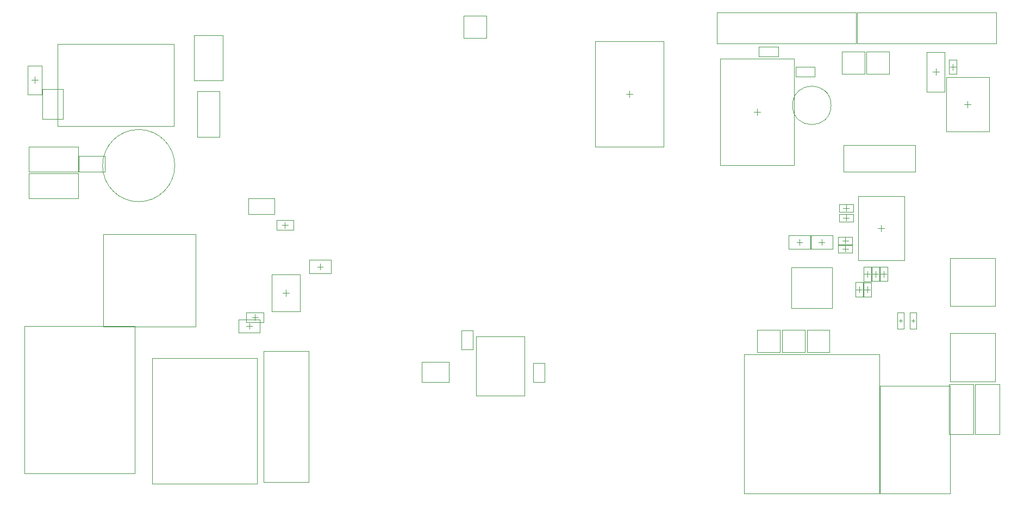
<source format=gbr>
G04*
G04 #@! TF.GenerationSoftware,Altium Limited,Altium Designer,25.5.2 (35)*
G04*
G04 Layer_Color=32768*
%FSLAX25Y25*%
%MOIN*%
G70*
G04*
G04 #@! TF.SameCoordinates,CCCDE38D-7695-4EB3-ABC8-F25FB468ABE4*
G04*
G04*
G04 #@! TF.FilePolarity,Positive*
G04*
G01*
G75*
%ADD12C,0.00394*%
%ADD213C,0.00197*%
D12*
X260398Y265130D02*
Y268870D01*
X258528Y267000D02*
X262268D01*
X260890Y223461D02*
Y227398D01*
X258921Y225429D02*
X262858D01*
X282000Y239728D02*
Y243272D01*
X280228Y241500D02*
X283772D01*
X242000Y208630D02*
Y212370D01*
X240130Y210500D02*
X243870D01*
X236728Y205000D02*
X240272D01*
X238500Y203228D02*
Y206772D01*
X105032Y356000D02*
X108968D01*
X107000Y354031D02*
Y357968D01*
X192350Y327803D02*
Y378197D01*
X120894D02*
X192350D01*
X120894Y327803D02*
Y378197D01*
Y327803D02*
X192350D01*
X148969Y204654D02*
Y261347D01*
Y204654D02*
X205661D01*
Y261347D01*
X148969D02*
X205661D01*
X100760Y205153D02*
X168280D01*
X100760Y114602D02*
Y205153D01*
Y114602D02*
X168280D01*
Y205153D01*
X624055Y265043D02*
X627992D01*
X626024Y263075D02*
Y267012D01*
X570902Y215902D02*
X596098D01*
Y241098D01*
X570902D02*
X596098D01*
X570902Y215902D02*
Y241098D01*
X548032Y336500D02*
X551968D01*
X550000Y334531D02*
Y338469D01*
X525374Y378551D02*
Y397449D01*
Y378551D02*
X610709D01*
Y397449D01*
X525374D02*
X610709D01*
X696626Y378551D02*
Y397449D01*
X611291D02*
X696626D01*
X611291Y378551D02*
Y397449D01*
Y378551D02*
X696626D01*
X679000Y339032D02*
Y342969D01*
X677032Y341000D02*
X680969D01*
X627500Y235130D02*
Y238870D01*
X625630Y237000D02*
X629370D01*
X622500Y235130D02*
Y238870D01*
X620630Y237000D02*
X624370D01*
X615630D02*
X619370D01*
X617500Y235130D02*
Y238870D01*
Y225630D02*
Y229370D01*
X615630Y227500D02*
X619370D01*
X610630D02*
X614370D01*
X612500Y225630D02*
Y229370D01*
X645500Y207403D02*
Y209372D01*
X644516Y208387D02*
X646484D01*
X638000Y207403D02*
Y209372D01*
X637016Y208387D02*
X638984D01*
X625413Y102315D02*
X668138D01*
X625413D02*
Y168268D01*
X668138D01*
Y102315D02*
Y168268D01*
X602630Y271500D02*
X606370D01*
X604500Y269630D02*
Y273370D01*
X602630Y277500D02*
X606370D01*
X604500Y275630D02*
Y279370D01*
X602130Y257500D02*
X605870D01*
X604000Y255630D02*
Y259370D01*
X602130Y252500D02*
X605870D01*
X604000Y250630D02*
Y254370D01*
X587728Y256500D02*
X591272D01*
X589500Y254728D02*
Y258272D01*
X574228Y256500D02*
X577772D01*
X576000Y254728D02*
Y258272D01*
X624787Y102378D02*
Y187811D01*
X542110D02*
X624787D01*
X542110Y102378D02*
Y187811D01*
Y102378D02*
X624787D01*
X469531Y347500D02*
X473468D01*
X471500Y345532D02*
Y349468D01*
X659500Y359032D02*
Y362968D01*
X657531Y361000D02*
X661469D01*
X668130Y364000D02*
X671870D01*
X670000Y362130D02*
Y365870D01*
X179004Y185315D02*
X243177D01*
X179004Y108543D02*
Y185315D01*
Y108543D02*
X243177D01*
Y185315D01*
D213*
X192803Y303500D02*
G03*
X192803Y303500I-22146J0D01*
G01*
X595311Y340437D02*
G03*
X595311Y340437I-11811J0D01*
G01*
X238028Y273677D02*
Y283323D01*
Y273677D02*
X253972D01*
Y283323D01*
X238028D02*
X253972D01*
X255280Y264047D02*
X265516D01*
X255280Y269953D02*
X265516D01*
Y264047D02*
Y269953D01*
X255280Y264047D02*
Y269953D01*
X252228Y214209D02*
X269551D01*
X252228Y236650D02*
X269551D01*
X252228Y214209D02*
Y236650D01*
X269551Y214209D02*
Y236650D01*
X275307Y237366D02*
X288693D01*
X275307Y245634D02*
X288693D01*
Y237366D02*
Y245634D01*
X275307Y237366D02*
Y245634D01*
X247220Y109331D02*
Y189842D01*
X274780D01*
Y109331D02*
Y189842D01*
X247220Y109331D02*
X274780D01*
X236685Y213453D02*
X247315D01*
X236685Y207547D02*
X247315D01*
X236685D02*
Y213453D01*
X247315Y207547D02*
Y213453D01*
X244996Y201063D02*
Y208937D01*
X232004Y201063D02*
Y208937D01*
Y201063D02*
X244996D01*
X232004Y208937D02*
X244996D01*
X344193Y183142D02*
X360807D01*
Y170858D02*
Y183142D01*
X344193Y170858D02*
X360807D01*
X344193D02*
Y183142D01*
X103342Y283323D02*
X133658D01*
X103342D02*
Y298677D01*
X133658D01*
Y283323D02*
Y298677D01*
X103342Y315177D02*
X133658D01*
Y299823D02*
Y315177D01*
X103342Y299823D02*
X133658D01*
X103342D02*
Y315177D01*
X111331Y347142D02*
Y364858D01*
X102669Y347142D02*
Y364858D01*
X111331D01*
X102669Y347142D02*
X111331D01*
X412496Y170752D02*
X419504D01*
Y182248D01*
X412496D02*
X419504D01*
X412496Y170752D02*
Y182248D01*
X611850Y245358D02*
Y284728D01*
X640197Y245358D02*
Y284728D01*
X611850D02*
X640197D01*
X611850Y245358D02*
X640197D01*
X370110Y395390D02*
X383890D01*
Y381610D02*
Y395390D01*
X370110Y381610D02*
X383890D01*
X370110D02*
Y395390D01*
X551094Y370547D02*
Y376453D01*
Y370547D02*
X562906D01*
Y376453D01*
X551094D02*
X562906D01*
X527264Y303823D02*
Y369177D01*
X572736Y303823D02*
Y369177D01*
X527264Y303823D02*
X572736D01*
X527264Y369177D02*
X572736D01*
X602953Y299732D02*
Y315933D01*
Y299732D02*
X647047D01*
Y315933D01*
X602953D02*
X647047D01*
X692189Y324268D02*
Y357732D01*
X665811Y324268D02*
X692189D01*
X665811Y357732D02*
X692189D01*
X665811Y324268D02*
Y357732D01*
X625138Y232669D02*
X629862D01*
X625138Y241331D02*
X629862D01*
X625138Y232669D02*
Y241331D01*
X629862Y232669D02*
Y241331D01*
X620138Y232669D02*
X624862D01*
X620138Y241331D02*
X624862D01*
X620138Y232669D02*
Y241331D01*
X624862Y232669D02*
Y241331D01*
X615138Y232472D02*
Y241528D01*
X619862Y232472D02*
Y241528D01*
X615138Y232472D02*
X619862D01*
X615138Y241528D02*
X619862D01*
X615138Y223169D02*
X619862D01*
X615138Y231831D02*
X619862D01*
X615138Y223169D02*
Y231831D01*
X619862Y223169D02*
Y231831D01*
X614862Y222972D02*
Y232028D01*
X610138Y222972D02*
Y232028D01*
X614862D01*
X610138Y222972D02*
X614862D01*
X643532Y203466D02*
X647469D01*
X643532D02*
Y213309D01*
X647469D01*
Y203466D02*
Y213309D01*
X636031Y203466D02*
X639968D01*
X636031D02*
Y213309D01*
X639968D01*
Y203466D02*
Y213309D01*
X683520Y138744D02*
X698480D01*
Y169256D01*
X683520D02*
X698480D01*
X683520Y138744D02*
Y169256D01*
X667520Y138744D02*
X682480D01*
Y169256D01*
X667520D02*
X682480D01*
X667520Y138744D02*
Y169256D01*
X695945Y217347D02*
Y246874D01*
X668386D02*
X695945D01*
X668386Y217347D02*
Y246874D01*
Y217347D02*
X695945D01*
X600169Y269138D02*
Y273862D01*
X608831Y269138D02*
Y273862D01*
X600169D02*
X608831D01*
X600169Y269138D02*
X608831D01*
X600169Y275138D02*
Y279862D01*
X608831Y275138D02*
Y279862D01*
X600169D02*
X608831D01*
X600169Y275138D02*
X608831D01*
X599669Y255138D02*
Y259862D01*
X608331Y255138D02*
Y259862D01*
X599669D02*
X608331D01*
X599669Y255138D02*
X608331D01*
X599669Y250138D02*
Y254862D01*
X608331Y250138D02*
Y254862D01*
X599669D02*
X608331D01*
X599669Y250138D02*
X608331D01*
X596193Y252366D02*
Y260634D01*
X582807Y252366D02*
Y260634D01*
Y252366D02*
X596193D01*
X582807Y260634D02*
X596193D01*
X582693Y252366D02*
Y260634D01*
X569307Y252366D02*
Y260634D01*
Y252366D02*
X582693D01*
X569307Y260634D02*
X582693D01*
X565360Y202890D02*
X579140D01*
Y189110D02*
Y202890D01*
X565360Y189110D02*
X579140D01*
X565360D02*
Y202890D01*
X580610D02*
X594390D01*
Y189110D02*
Y202890D01*
X580610Y189110D02*
X594390D01*
X580610D02*
Y202890D01*
X573595Y358047D02*
Y363953D01*
Y358047D02*
X585405D01*
Y363953D01*
X573595D02*
X585405D01*
X602110Y359610D02*
Y373390D01*
Y359610D02*
X615890D01*
Y373390D01*
X602110D02*
X615890D01*
X492543Y315209D02*
Y379744D01*
X450457Y315209D02*
Y379744D01*
X492543D01*
X450457Y315209D02*
X492543D01*
X377736Y162291D02*
Y198709D01*
Y162291D02*
X407264D01*
Y198709D01*
X377736D02*
X407264D01*
X617110Y359610D02*
Y373390D01*
Y359610D02*
X630890D01*
Y373390D01*
X617110D02*
X630890D01*
X550110Y189110D02*
Y202890D01*
Y189110D02*
X563890D01*
Y202890D01*
X550110D02*
X563890D01*
X134028Y299677D02*
X149972D01*
X134028D02*
Y309323D01*
X149972D01*
Y299677D02*
Y309323D01*
X375504Y190752D02*
Y202248D01*
X368496Y190752D02*
X375504D01*
X368496D02*
Y202248D01*
X375504D01*
X204760Y355587D02*
Y383343D01*
X222240D01*
Y355587D02*
Y383343D01*
X204760Y355587D02*
X222240D01*
X220232Y320961D02*
Y349110D01*
X206768Y320961D02*
X220232D01*
X206768D02*
Y349110D01*
X220232D01*
X124299Y331929D02*
Y350532D01*
X111701Y331929D02*
X124299D01*
X111701D02*
Y350532D01*
X124299D01*
X653988Y348795D02*
X665012D01*
X653988Y373205D02*
X665012D01*
X653988Y348795D02*
Y373205D01*
X665012Y348795D02*
Y373205D01*
X672362Y359669D02*
Y368331D01*
X667638Y359669D02*
Y368331D01*
X672362D01*
X667638Y359669D02*
X672362D01*
X668386Y171126D02*
X695945D01*
X668386D02*
Y200654D01*
X695945D01*
Y171126D02*
Y200654D01*
M02*

</source>
